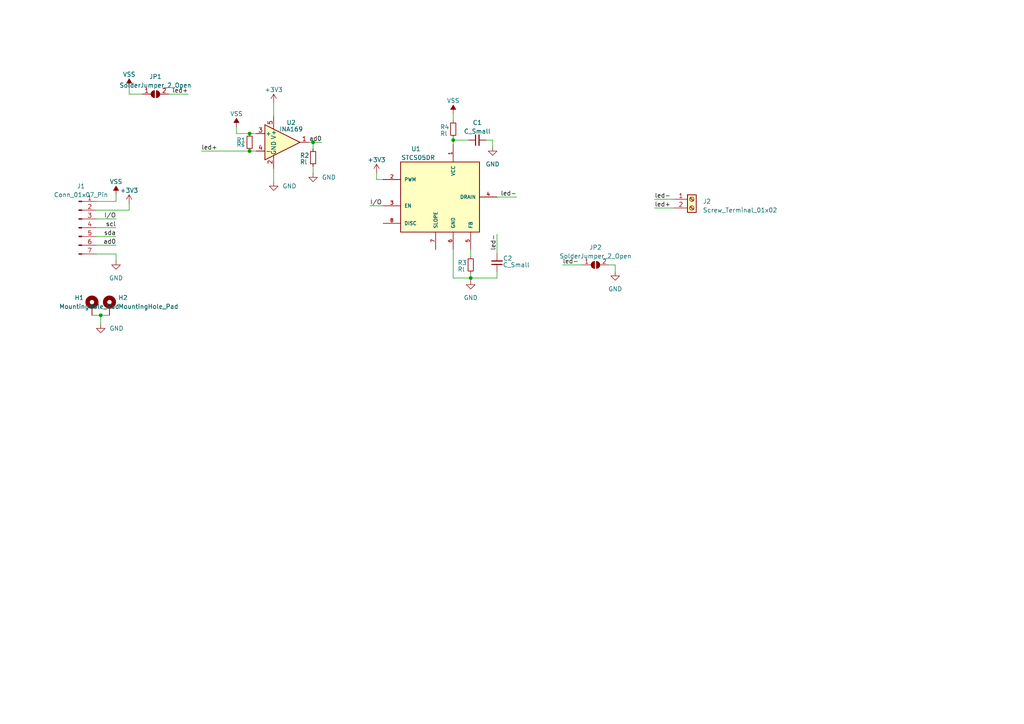
<source format=kicad_sch>
(kicad_sch (version 20230121) (generator eeschema)
  (paper "A4")
  (lib_symbols
    (symbol "Amplifier_Current:INA169" (pin_names (offset 0.127))
      (property "Reference" "U" (at 3.81 5.08 0))
      (property "Value" "INA169" (at 3.81 2.54 0))
      (symbol "INA169_0_1"
        (polyline (pts (xy -5.08 5.08) (xy 5.08 0) (xy -5.08 -5.08) (xy -5.08 5.08)) (stroke (width 0.254)) (fill (type background)))
      )
      (symbol "INA169_1_1"
        (pin output line (at 7.62 0 180) (length 2.54) (name "~") (number "1"))
        (pin power_in line (at -2.54 -7.62 90) (length 3.81) (name "GND") (number "2"))
        (pin input line (at -7.62 2.54 0) (length 2.54) (name "+") (number "3"))
        (pin input line (at -7.62 -2.54 0) (length 2.54) (name "-") (number "4"))
        (pin power_in line (at -2.54 7.62 270) (length 3.81) (name "V+") (number "5"))
      )
    )
    (symbol "Connector:Conn_01x07_Pin" (pin_names (offset 1.016) hide)
      (property "Reference" "J" (at 0 10.16 0))
      (property "Value" "Conn_01x07_Pin" (at 0 -10.16 0))
      (symbol "Conn_01x07_Pin_1_1"
        (polyline (pts (xy 1.27 -7.62) (xy 0.8636 -7.62)) (stroke (width 0.1524)))
        (polyline (pts (xy 1.27 -5.08) (xy 0.8636 -5.08)) (stroke (width 0.1524)))
        (polyline (pts (xy 1.27 -2.54) (xy 0.8636 -2.54)) (stroke (width 0.1524)))
        (polyline (pts (xy 1.27 0) (xy 0.8636 0)) (stroke (width 0.1524)))
        (polyline (pts (xy 1.27 2.54) (xy 0.8636 2.54)) (stroke (width 0.1524)))
        (polyline (pts (xy 1.27 5.08) (xy 0.8636 5.08)) (stroke (width 0.1524)))
        (polyline (pts (xy 1.27 7.62) (xy 0.8636 7.62)) (stroke (width 0.1524)))
        (rectangle (start 0.8636 -7.493) (end 0 -7.747) (stroke (width 0.1524)) (fill (type outline)))
        (rectangle (start 0.8636 -4.953) (end 0 -5.207) (stroke (width 0.1524)) (fill (type outline)))
        (rectangle (start 0.8636 -2.413) (end 0 -2.667) (stroke (width 0.1524)) (fill (type outline)))
        (rectangle (start 0.8636 0.127) (end 0 -0.127) (stroke (width 0.1524)) (fill (type outline)))
        (rectangle (start 0.8636 2.667) (end 0 2.413) (stroke (width 0.1524)) (fill (type outline)))
        (rectangle (start 0.8636 5.207) (end 0 4.953) (stroke (width 0.1524)) (fill (type outline)))
        (rectangle (start 0.8636 7.747) (end 0 7.493) (stroke (width 0.1524)) (fill (type outline)))
        (pin passive line (at 5.08 7.62 180) (length 3.81) (name "Pin_1") (number "1"))
        (pin passive line (at 5.08 5.08 180) (length 3.81) (name "Pin_2") (number "2"))
        (pin passive line (at 5.08 2.54 180) (length 3.81) (name "Pin_3") (number "3"))
        (pin passive line (at 5.08 0 180) (length 3.81) (name "Pin_4") (number "4"))
        (pin passive line (at 5.08 -2.54 180) (length 3.81) (name "Pin_5") (number "5"))
        (pin passive line (at 5.08 -5.08 180) (length 3.81) (name "Pin_6") (number "6"))
        (pin passive line (at 5.08 -7.62 180) (length 3.81) (name "Pin_7") (number "7"))
      )
    )
    (symbol "Connector:Screw_Terminal_01x02" (pin_names (offset 1.016) hide)
      (property "Reference" "J" (at 0 2.54 0))
      (property "Value" "Screw_Terminal_01x02" (at 0 -5.08 0))
      (symbol "Screw_Terminal_01x02_1_1"
        (rectangle (start -1.27 1.27) (end 1.27 -3.81) (stroke (width 0.254)) (fill (type background)))
        (circle (center 0 -2.54) (radius 0.635) (stroke (width 0.1524)))
        (polyline (pts (xy -0.5334 -2.2098) (xy 0.3302 -3.048)) (stroke (width 0.1524)))
        (polyline (pts (xy -0.5334 0.3302) (xy 0.3302 -0.508)) (stroke (width 0.1524)))
        (polyline (pts (xy -0.3556 -2.032) (xy 0.508 -2.8702)) (stroke (width 0.1524)))
        (polyline (pts (xy -0.3556 0.508) (xy 0.508 -0.3302)) (stroke (width 0.1524)))
        (circle (center 0 0) (radius 0.635) (stroke (width 0.1524)))
        (pin passive line (at -5.08 0 0) (length 3.81) (name "Pin_1") (number "1"))
        (pin passive line (at -5.08 -2.54 0) (length 3.81) (name "Pin_2") (number "2"))
      )
    )
    (symbol "Device:C_Small" (pin_numbers hide) (pin_names (offset 0.254) hide)
      (property "Reference" "C" (at 0.254 1.778 0))
      (property "Value" "C_Small" (at 0.254 -2.032 0))
      (symbol "C_Small_0_1"
        (polyline (pts (xy -1.524 -0.508) (xy 1.524 -0.508)) (stroke (width 0.3302)))
        (polyline (pts (xy -1.524 0.508) (xy 1.524 0.508)) (stroke (width 0.3048)))
      )
      (symbol "C_Small_1_1"
        (pin passive line (at 0 2.54 270) (length 2.032) (name "~") (number "1"))
        (pin passive line (at 0 -2.54 90) (length 2.032) (name "~") (number "2"))
      )
    )
    (symbol "Device:R_Small" (pin_numbers hide) (pin_names (offset 0.254) hide)
      (property "Reference" "R" (at 0.762 0.508 0))
      (property "Value" "R_Small" (at 0.762 -1.016 0))
      (symbol "R_Small_0_1"
        (rectangle (start -0.762 1.778) (end 0.762 -1.778) (stroke (width 0.2032)))
      )
      (symbol "R_Small_1_1"
        (pin passive line (at 0 2.54 270) (length 0.762) (name "~") (number "1"))
        (pin passive line (at 0 -2.54 90) (length 0.762) (name "~") (number "2"))
      )
    )
    (symbol "Jumper:SolderJumper_2_Open" (pin_names (offset 0) hide)
      (property "Reference" "JP" (at 0 2.032 0))
      (property "Value" "SolderJumper_2_Open" (at 0 -2.54 0))
      (symbol "SolderJumper_2_Open_0_1"
        (arc (start -0.254 1.016) (mid -1.2656 0) (end -0.254 -1.016))
        (arc (start -0.254 1.016) (mid -1.2656 0) (end -0.254 -1.016) (fill (type outline)))
        (polyline (pts (xy -0.254 1.016) (xy -0.254 -1.016)))
        (polyline (pts (xy 0.254 1.016) (xy 0.254 -1.016)))
        (arc (start 0.254 -1.016) (mid 1.2656 0) (end 0.254 1.016))
        (arc (start 0.254 -1.016) (mid 1.2656 0) (end 0.254 1.016) (fill (type outline)))
      )
      (symbol "SolderJumper_2_Open_1_1"
        (pin passive line (at -3.81 0 0) (length 2.54) (name "A") (number "1"))
        (pin passive line (at 3.81 0 180) (length 2.54) (name "B") (number "2"))
      )
    )
    (symbol "Mechanical:MountingHole_Pad" (pin_numbers hide) (pin_names (offset 1.016) hide)
      (property "Reference" "H" (at 0 6.35 0))
      (property "Value" "MountingHole_Pad" (at 0 4.445 0))
      (symbol "MountingHole_Pad_0_1"
        (circle (center 0 1.27) (radius 1.27) (stroke (width 1.27)))
      )
      (symbol "MountingHole_Pad_1_1"
        (pin input line (at 0 -2.54 90) (length 2.54) (name "1") (number "1"))
      )
    )
    (symbol "own-footprints:STCS05DR" (pin_names (offset 1.016))
      (property "Reference" "U" (at -20.32 17.78 0))
      (property "Value" "STCS05DR" (at -20.32 -10.16 0))
      (symbol "STCS05DR_0_0"
        (rectangle (start -17.78 15.24) (end 5.08 -5.08) (stroke (width 0.254)) (fill (type background)))
        (pin bidirectional line (at -2.54 20.32 270) (length 5.08) (name "VCC") (number "1"))
        (pin bidirectional line (at -22.86 10.16 0) (length 5.08) (name "PWM") (number "2"))
        (pin bidirectional line (at -22.86 2.54 0) (length 5.08) (name "EN") (number "3"))
        (pin bidirectional line (at 10.16 5.08 180) (length 5.08) (name "DRAIN") (number "4"))
        (pin bidirectional line (at 2.54 -10.16 90) (length 5.08) (name "FB") (number "5"))
        (pin bidirectional line (at -2.54 -10.16 90) (length 5.08) (name "GND") (number "6"))
        (pin bidirectional line (at -7.62 -10.16 90) (length 5.08) (name "SLOPE") (number "7"))
        (pin bidirectional line (at -22.86 -2.54 0) (length 5.08) (name "DISC") (number "8"))
      )
    )
    (symbol "power:+3V3" (power) (pin_names (offset 0))
      (property "Value" "+3V3" (at 0 3.556 0))
      (symbol "+3V3_0_1"
        (polyline (pts (xy -0.762 1.27) (xy 0 2.54)))
        (polyline (pts (xy 0 0) (xy 0 2.54)))
        (polyline (pts (xy 0 2.54) (xy 0.762 1.27)))
      )
      (symbol "+3V3_1_1"
        (pin power_in line (at 0 0 90) (length 0) hide (name "+3V3") (number "1"))
      )
    )
    (symbol "power:GND" (power) (pin_names (offset 0))
      (property "Value" "GND" (at 0 -3.81 0))
      (symbol "GND_0_1"
        (polyline (pts (xy 0 0) (xy 0 -1.27) (xy 1.27 -1.27) (xy 0 -2.54) (xy -1.27 -1.27) (xy 0 -1.27)))
      )
      (symbol "GND_1_1"
        (pin power_in line (at 0 0 270) (length 0) hide (name "GND") (number "1"))
      )
    )
    (symbol "power:VSS" (power) (pin_names (offset 0))
      (property "Value" "VSS" (at 0 3.81 0))
      (symbol "VSS_0_1"
        (polyline (pts (xy 0 0) (xy 0 2.54)))
        (polyline (pts (xy 0.762 1.27) (xy -0.762 1.27) (xy 0 2.54) (xy 0.762 1.27)) (fill (type outline)))
      )
      (symbol "VSS_1_1"
        (pin power_in line (at 0 0 90) (length 0) hide (name "VSS") (number "1"))
      )
    )
  )
  (junction (at 136.525 80.645))
  (junction (at 72.39 43.815))
  (junction (at 90.805 41.275))
  (junction (at 72.39 38.735))
  (junction (at 131.445 40.64))
  (junction (at 29.21 91.44))
  (wire (pts (xy 33.655 58.42) (xy 27.94 58.42)))
  (wire (pts (xy 136.525 80.645) (xy 136.525 81.28)))
  (wire (pts (xy 109.22 52.07) (xy 111.125 52.07)))
  (wire (pts (xy 136.525 72.39) (xy 136.525 74.295)))
  (wire (pts (xy 89.535 41.275) (xy 90.805 41.275)))
  (wire (pts (xy 144.145 78.74) (xy 144.145 80.645)))
  (wire (pts (xy 33.655 73.66) (xy 27.94 73.66)))
  (wire (pts (xy 144.145 80.645) (xy 136.525 80.645)))
  (wire (pts (xy 27.94 68.58) (xy 33.655 68.58)))
  (wire (pts (xy 131.445 40.64) (xy 131.445 41.91)))
  (wire (pts (xy 131.445 72.39) (xy 131.445 80.645)))
  (wire (pts (xy 79.375 48.895) (xy 79.375 52.705)))
  (wire (pts (xy 41.275 27.305) (xy 37.465 27.305)))
  (wire (pts (xy 178.435 78.74) (xy 178.435 76.835)))
  (wire (pts (xy 72.39 43.815) (xy 74.295 43.815)))
  (wire (pts (xy 142.875 40.64) (xy 142.875 42.545)))
  (wire (pts (xy 72.39 38.735) (xy 74.295 38.735)))
  (wire (pts (xy 33.655 75.565) (xy 33.655 73.66)))
  (wire (pts (xy 29.21 91.44) (xy 31.75 91.44)))
  (wire (pts (xy 131.445 80.645) (xy 136.525 80.645)))
  (wire (pts (xy 163.195 76.835) (xy 168.91 76.835)))
  (wire (pts (xy 58.42 43.815) (xy 72.39 43.815)))
  (wire (pts (xy 131.445 40.64) (xy 135.89 40.64)))
  (wire (pts (xy 144.145 67.945) (xy 144.145 73.66)))
  (wire (pts (xy 189.865 57.785) (xy 195.58 57.785)))
  (wire (pts (xy 48.895 27.305) (xy 54.61 27.305)))
  (wire (pts (xy 27.94 66.04) (xy 33.655 66.04)))
  (wire (pts (xy 140.97 40.64) (xy 142.875 40.64)))
  (wire (pts (xy 131.445 40.005) (xy 131.445 40.64)))
  (wire (pts (xy 90.805 48.26) (xy 90.805 50.165)))
  (wire (pts (xy 68.58 38.735) (xy 72.39 38.735)))
  (wire (pts (xy 90.805 41.275) (xy 93.345 41.275)))
  (wire (pts (xy 37.465 59.055) (xy 37.465 60.96)))
  (wire (pts (xy 37.465 60.96) (xy 27.94 60.96)))
  (wire (pts (xy 90.805 41.275) (xy 90.805 43.18)))
  (wire (pts (xy 27.94 71.12) (xy 33.655 71.12)))
  (wire (pts (xy 79.375 29.845) (xy 79.375 33.655)))
  (wire (pts (xy 144.145 57.15) (xy 149.86 57.15)))
  (wire (pts (xy 37.465 27.305) (xy 37.465 25.4)))
  (wire (pts (xy 29.21 91.44) (xy 29.21 93.98)))
  (wire (pts (xy 68.58 36.83) (xy 68.58 38.735)))
  (wire (pts (xy 26.67 91.44) (xy 29.21 91.44)))
  (wire (pts (xy 189.865 60.325) (xy 195.58 60.325)))
  (wire (pts (xy 136.525 79.375) (xy 136.525 80.645)))
  (wire (pts (xy 178.435 76.835) (xy 176.53 76.835)))
  (wire (pts (xy 27.94 63.5) (xy 33.655 63.5)))
  (wire (pts (xy 107.315 59.69) (xy 111.125 59.69)))
  (wire (pts (xy 131.445 33.02) (xy 131.445 34.925)))
  (wire (pts (xy 109.22 50.165) (xy 109.22 52.07)))
  (wire (pts (xy 33.655 56.515) (xy 33.655 58.42)))
  (label "led+" (at 189.865 60.325 0))
  (label "led+" (at 54.61 27.305 180))
  (label "led-" (at 144.145 67.945 270))
  (label "led-" (at 189.865 57.785 0))
  (label "led-" (at 149.86 57.15 180))
  (label "led+" (at 58.42 43.815 0))
  (label "ad0" (at 33.655 71.12 180))
  (label "led-" (at 163.195 76.835 0))
  (label "ad0" (at 93.345 41.275 180))
  (label "I{slash}O" (at 33.655 63.5 180))
  (label "scl" (at 33.655 66.04 180))
  (label "I{slash}O" (at 107.315 59.69 0))
  (label "sda" (at 33.655 68.58 180))
  (symbol (lib_id "power:+3V3") (at 109.22 50.165 0) (unit 1)
    (property "Reference" "#PWR08" (effects hide))
    (property "Value" "+3V3" (at 109.22 46.355 0))
  )
  (symbol (lib_id "power:VSS") (at 37.465 25.4 0) (unit 1)
    (property "Reference" "#PWR012" (effects hide))
    (property "Value" "VSS" (at 37.465 21.59 0))
  )
  (symbol (lib_id "power:VSS") (at 131.445 33.02 0) (unit 1)
    (property "Reference" "#PWR04" (effects hide))
    (property "Value" "VSS" (at 131.445 29.21 0))
  )
  (symbol (lib_id "Connector:Screw_Terminal_01x02") (at 200.66 57.785 0) (unit 1)
    (property "Reference" "J2" (at 203.835 58.42 0) (effects (justify left)))
    (property "Value" "Screw_Terminal_01x02" (at 203.835 60.96 0) (effects (justify left)))
    (property "Footprint" "TerminalBlock_Phoenix:TerminalBlock_Phoenix_PT-1,5-2-5.0-H_1x02_P5.00mm_Horizontal" (effects hide))
  )
  (symbol (lib_id "power:GND") (at 178.435 78.74 0) (unit 1)
    (property "Reference" "#PWR013" (effects hide))
    (property "Value" "GND" (at 178.435 83.82 0))
  )
  (symbol (lib_id "power:GND") (at 79.375 52.705 0) (unit 1)
    (property "Reference" "#PWR07" (effects hide))
    (property "Value" "GND" (at 81.915 53.9749 0) (effects (justify left)))
  )
  (symbol (lib_id "Device:C_Small") (at 138.43 40.64 90) (unit 1)
    (property "Reference" "C1" (at 138.4363 35.56 90))
    (property "Value" "C_Small" (at 138.4363 38.1 90))
    (property "Footprint" "Capacitor_SMD:C_0805_2012Metric_Pad1.18x1.45mm_HandSolder" (effects hide))
  )
  (symbol (lib_id "Device:R_Small") (at 90.805 45.72 180) (unit 1)
    (property "Reference" "R2" (at 86.995 45.085 0) (effects (justify right)))
    (property "Value" "Rl" (at 86.995 46.99 0) (effects (justify right)))
    (property "Footprint" "Resistor_SMD:R_0805_2012Metric_Pad1.20x1.40mm_HandSolder" (effects hide))
  )
  (symbol (lib_id "power:GND") (at 142.875 42.545 0) (unit 1)
    (property "Reference" "#PWR011" (effects hide))
    (property "Value" "GND" (at 142.875 47.625 0))
  )
  (symbol (lib_id "Device:R_Small") (at 136.525 76.835 180) (unit 1)
    (property "Reference" "R3" (at 132.715 76.2 0) (effects (justify right)))
    (property "Value" "Rl" (at 132.715 78.105 0) (effects (justify right)))
    (property "Footprint" "Resistor_SMD:R_0805_2012Metric_Pad1.20x1.40mm_HandSolder" (effects hide))
  )
  (symbol (lib_id "power:VSS") (at 33.655 56.515 0) (unit 1)
    (property "Reference" "#PWR01" (effects hide))
    (property "Value" "VSS" (at 33.655 52.705 0))
  )
  (symbol (lib_id "Mechanical:MountingHole_Pad") (at 31.75 88.9 0) (unit 1)
    (property "Reference" "H2" (at 34.29 86.3599 0) (effects (justify left)))
    (property "Value" "MountingHole_Pad" (at 34.29 88.8999 0) (effects (justify left)))
    (property "Footprint" "MountingHole:MountingHole_2.5mm" (effects hide))
  )
  (symbol (lib_id "power:+3V3") (at 79.375 29.845 0) (unit 1)
    (property "Reference" "#PWR05" (effects hide))
    (property "Value" "+3V3" (at 79.375 26.035 0))
  )
  (symbol (lib_id "power:VSS") (at 68.58 36.83 0) (unit 1)
    (property "Reference" "#PWR010" (effects hide))
    (property "Value" "VSS" (at 68.58 33.02 0))
  )
  (symbol (lib_id "Amplifier_Current:INA169") (at 81.915 41.275 0) (unit 1)
    (property "Reference" "U2" (at 84.455 35.56 0))
    (property "Value" "INA169" (at 84.455 37.465 0))
    (property "Footprint" "Package_TO_SOT_SMD:SOT-23-5" (effects hide))
    (property "Datasheet" "http://www.ti.com/lit/ds/symlink/ina169.pdf" (effects hide))
  )
  (symbol (lib_id "power:GND") (at 136.525 81.28 0) (unit 1)
    (property "Reference" "#PWR09" (effects hide))
    (property "Value" "GND" (at 136.525 86.36 0))
  )
  (symbol (lib_id "power:GND") (at 33.655 75.565 0) (unit 1)
    (property "Reference" "#PWR03" (effects hide))
    (property "Value" "GND" (at 33.655 80.645 0))
  )
  (symbol (lib_id "Device:C_Small") (at 144.145 76.2 0) (mirror x) (unit 1)
    (property "Reference" "C2" (at 148.59 74.93 0) (effects (justify right)))
    (property "Value" "C_Small" (at 153.67 76.835 0) (effects (justify right)))
    (property "Footprint" "Capacitor_SMD:C_0805_2012Metric_Pad1.18x1.45mm_HandSolder" (effects hide))
  )
  (symbol (lib_id "power:+3V3") (at 37.465 59.055 0) (unit 1)
    (property "Reference" "#PWR02" (effects hide))
    (property "Value" "+3V3" (at 37.465 55.245 0))
  )
  (symbol (lib_id "Connector:Conn_01x07_Pin") (at 22.86 66.04 0) (unit 1)
    (property "Reference" "J1" (at 23.495 53.975 0))
    (property "Value" "Conn_01x07_Pin" (at 23.495 56.515 0))
    (property "Footprint" "Connector_PinHeader_2.54mm:PinHeader_1x07_P2.54mm_Vertical" (effects hide))
  )
  (symbol (lib_id "power:GND") (at 29.21 93.98 0) (unit 1)
    (property "Reference" "#PWR014" (effects hide))
    (property "Value" "GND" (at 31.75 95.2499 0) (effects (justify left)))
  )
  (symbol (lib_id "own-footprints:STCS05DR") (at 133.985 62.23 0) (unit 1)
    (property "Reference" "U1" (at 120.65 43.18 0))
    (property "Value" "STCS05DR" (at 121.285 45.72 0))
    (property "Footprint" "own-footprints:stcs05" (effects hide))
    (property "MF" "STMicroelectronics" (effects hide))
    (property "Description" "\nLED Driver IC 1 Output Linear - PWM Dimming 500mA 8-SOIC\n" (effects hide))
    (property "Package" "SOIC-8 STMicroelectronics" (effects hide))
    (property "Price" "None" (effects hide))
    (property "SnapEDA_Link" "https://www.snapeda.com/parts/STCS05DR/STMicroelectronics/view-part/?ref=snap" (effects hide))
    (property "MP" "STCS05DR" (effects hide))
    (property "Purchase-URL" "https://www.snapeda.com/api/url_track_click_mouser/?unipart_id=292883&manufacturer=STMicroelectronics&part_name=STCS05DR&search_term=None" (effects hide))
    (property "Availability" "In Stock" (effects hide))
    (property "Check_prices" "https://www.snapeda.com/parts/STCS05DR/STMicroelectronics/view-part/?ref=eda" (effects hide))
  )
  (symbol (lib_id "power:GND") (at 90.805 50.165 0) (unit 1)
    (property "Reference" "#PWR06" (effects hide))
    (property "Value" "GND" (at 93.345 51.4349 0) (effects (justify left)))
  )
  (symbol (lib_id "Device:R_Small") (at 72.39 41.275 180) (unit 1)
    (property "Reference" "R1" (at 68.58 40.64 0) (effects (justify right)))
    (property "Value" "Rs" (at 68.58 41.91 0) (effects (justify right)))
    (property "Footprint" "Resistor_SMD:R_0805_2012Metric_Pad1.20x1.40mm_HandSolder" (effects hide))
  )
  (symbol (lib_id "Jumper:SolderJumper_2_Open") (at 45.085 27.305 0) (unit 1)
    (property "Reference" "JP1" (at 45.085 22.225 0))
    (property "Value" "SolderJumper_2_Open" (at 45.085 24.765 0))
    (property "Footprint" "Jumper:SolderJumper-2_P1.3mm_Open_Pad1.0x1.5mm" (effects hide))
  )
  (symbol (lib_id "Mechanical:MountingHole_Pad") (at 26.67 88.9 0) (unit 1)
    (property "Reference" "H1" (at 21.59 86.36 0) (effects (justify left)))
    (property "Value" "MountingHole_Pad" (at 17.145 88.9 0) (effects (justify left)))
    (property "Footprint" "MountingHole:MountingHole_2.5mm" (effects hide))
  )
  (symbol (lib_id "Device:R_Small") (at 131.445 37.465 180) (unit 1)
    (property "Reference" "R4" (at 127.635 36.83 0) (effects (justify right)))
    (property "Value" "Rl" (at 127.635 38.735 0) (effects (justify right)))
    (property "Footprint" "Resistor_SMD:R_0805_2012Metric_Pad1.20x1.40mm_HandSolder" (effects hide))
  )
  (symbol (lib_id "Jumper:SolderJumper_2_Open") (at 172.72 76.835 0) (unit 1)
    (property "Reference" "JP2" (at 172.72 71.755 0))
    (property "Value" "SolderJumper_2_Open" (at 172.72 74.295 0))
    (property "Footprint" "Jumper:SolderJumper-2_P1.3mm_Open_Pad1.0x1.5mm" (effects hide))
  )
)
</source>
